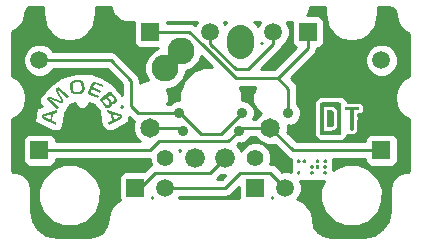
<source format=gtl>
G04 (created by PCBNEW (2013-may-18)-stable) date Sun 22 Nov 2015 10:50:22 PM EST*
%MOIN*%
G04 Gerber Fmt 3.4, Leading zero omitted, Abs format*
%FSLAX34Y34*%
G01*
G70*
G90*
G04 APERTURE LIST*
%ADD10C,0.00590551*%
%ADD11C,0.0001*%
%ADD12C,0.065*%
%ADD13C,0.0590551*%
%ADD14R,0.0590551X0.0590551*%
%ADD15C,0.055*%
%ADD16C,0.066*%
%ADD17C,0.09*%
%ADD18C,0.09*%
%ADD19C,0.035*%
%ADD20C,0.01*%
G04 APERTURE END LIST*
G54D10*
G54D11*
G36*
X101003Y-45617D02*
X101000Y-45637D01*
X100991Y-45654D01*
X100977Y-45668D01*
X100960Y-45677D01*
X100940Y-45680D01*
X100920Y-45677D01*
X100903Y-45668D01*
X100889Y-45654D01*
X100880Y-45637D01*
X100877Y-45617D01*
X100880Y-45597D01*
X100889Y-45580D01*
X100903Y-45566D01*
X100920Y-45557D01*
X100940Y-45554D01*
X100960Y-45557D01*
X100977Y-45566D01*
X100991Y-45580D01*
X101000Y-45597D01*
X101003Y-45617D01*
X101003Y-45617D01*
G37*
G36*
X101003Y-45995D02*
X101000Y-46015D01*
X100991Y-46032D01*
X100977Y-46046D01*
X100960Y-46055D01*
X100940Y-46058D01*
X100920Y-46055D01*
X100903Y-46046D01*
X100889Y-46032D01*
X100880Y-46015D01*
X100877Y-45995D01*
X100880Y-45975D01*
X100889Y-45958D01*
X100903Y-45944D01*
X100920Y-45935D01*
X100940Y-45932D01*
X100960Y-45935D01*
X100977Y-45944D01*
X100991Y-45958D01*
X101000Y-45975D01*
X101003Y-45995D01*
X101003Y-45995D01*
G37*
G36*
X101192Y-45617D02*
X101189Y-45637D01*
X101180Y-45654D01*
X101166Y-45668D01*
X101149Y-45677D01*
X101129Y-45680D01*
X101109Y-45677D01*
X101092Y-45668D01*
X101078Y-45654D01*
X101069Y-45637D01*
X101066Y-45617D01*
X101069Y-45597D01*
X101078Y-45580D01*
X101092Y-45566D01*
X101109Y-45557D01*
X101129Y-45554D01*
X101149Y-45557D01*
X101166Y-45566D01*
X101180Y-45580D01*
X101189Y-45597D01*
X101192Y-45617D01*
X101192Y-45617D01*
G37*
G36*
X101444Y-45806D02*
X101441Y-45826D01*
X101432Y-45843D01*
X101418Y-45857D01*
X101401Y-45866D01*
X101381Y-45869D01*
X101361Y-45866D01*
X101344Y-45857D01*
X101330Y-45843D01*
X101321Y-45826D01*
X101318Y-45806D01*
X101321Y-45786D01*
X101330Y-45769D01*
X101344Y-45755D01*
X101361Y-45746D01*
X101381Y-45743D01*
X101401Y-45746D01*
X101418Y-45755D01*
X101432Y-45769D01*
X101441Y-45786D01*
X101444Y-45806D01*
X101444Y-45806D01*
G37*
G36*
X101444Y-45995D02*
X101441Y-46015D01*
X101432Y-46032D01*
X101418Y-46046D01*
X101401Y-46055D01*
X101381Y-46058D01*
X101361Y-46055D01*
X101344Y-46046D01*
X101330Y-46032D01*
X101321Y-46015D01*
X101318Y-45995D01*
X101321Y-45975D01*
X101330Y-45958D01*
X101344Y-45944D01*
X101361Y-45935D01*
X101381Y-45932D01*
X101401Y-45935D01*
X101418Y-45944D01*
X101432Y-45958D01*
X101441Y-45975D01*
X101444Y-45995D01*
X101444Y-45995D01*
G37*
G36*
X101633Y-45617D02*
X101630Y-45637D01*
X101621Y-45654D01*
X101607Y-45668D01*
X101590Y-45677D01*
X101570Y-45680D01*
X101550Y-45677D01*
X101533Y-45668D01*
X101519Y-45654D01*
X101510Y-45637D01*
X101507Y-45617D01*
X101510Y-45597D01*
X101519Y-45580D01*
X101533Y-45566D01*
X101550Y-45557D01*
X101570Y-45554D01*
X101590Y-45557D01*
X101607Y-45566D01*
X101621Y-45580D01*
X101630Y-45597D01*
X101633Y-45617D01*
X101633Y-45617D01*
G37*
G36*
X101633Y-45806D02*
X101630Y-45826D01*
X101621Y-45843D01*
X101607Y-45857D01*
X101590Y-45866D01*
X101570Y-45869D01*
X101550Y-45866D01*
X101533Y-45857D01*
X101519Y-45843D01*
X101510Y-45826D01*
X101507Y-45806D01*
X101510Y-45786D01*
X101519Y-45769D01*
X101533Y-45755D01*
X101550Y-45746D01*
X101570Y-45743D01*
X101590Y-45746D01*
X101607Y-45755D01*
X101621Y-45769D01*
X101630Y-45786D01*
X101633Y-45806D01*
X101633Y-45806D01*
G37*
G36*
X101885Y-45617D02*
X101882Y-45637D01*
X101873Y-45654D01*
X101859Y-45668D01*
X101842Y-45677D01*
X101822Y-45680D01*
X101802Y-45677D01*
X101785Y-45668D01*
X101771Y-45654D01*
X101762Y-45637D01*
X101759Y-45617D01*
X101762Y-45597D01*
X101771Y-45580D01*
X101785Y-45566D01*
X101802Y-45557D01*
X101822Y-45554D01*
X101842Y-45557D01*
X101859Y-45566D01*
X101873Y-45580D01*
X101882Y-45597D01*
X101885Y-45617D01*
X101885Y-45617D01*
G37*
G36*
X101885Y-45806D02*
X101882Y-45826D01*
X101873Y-45843D01*
X101859Y-45857D01*
X101842Y-45866D01*
X101822Y-45869D01*
X101802Y-45866D01*
X101785Y-45857D01*
X101771Y-45843D01*
X101762Y-45826D01*
X101759Y-45806D01*
X101762Y-45786D01*
X101771Y-45769D01*
X101785Y-45755D01*
X101802Y-45746D01*
X101822Y-45743D01*
X101842Y-45746D01*
X101859Y-45755D01*
X101873Y-45769D01*
X101882Y-45786D01*
X101885Y-45806D01*
X101885Y-45806D01*
G37*
G36*
X101885Y-45995D02*
X101882Y-46015D01*
X101873Y-46032D01*
X101859Y-46046D01*
X101842Y-46055D01*
X101822Y-46058D01*
X101802Y-46055D01*
X101785Y-46046D01*
X101771Y-46032D01*
X101762Y-46015D01*
X101759Y-45995D01*
X101762Y-45975D01*
X101771Y-45958D01*
X101785Y-45944D01*
X101802Y-45935D01*
X101822Y-45932D01*
X101842Y-45935D01*
X101859Y-45944D01*
X101873Y-45958D01*
X101882Y-45975D01*
X101885Y-45995D01*
X101885Y-45995D01*
G37*
G36*
X101876Y-43908D02*
X101876Y-44489D01*
X102000Y-44489D01*
X102021Y-44488D01*
X102040Y-44483D01*
X102058Y-44475D01*
X102074Y-44465D01*
X102088Y-44453D01*
X102100Y-44438D01*
X102111Y-44422D01*
X102118Y-44404D01*
X102123Y-44385D01*
X102124Y-44365D01*
X102124Y-44033D01*
X102123Y-44013D01*
X102118Y-43994D01*
X102110Y-43977D01*
X102100Y-43961D01*
X102088Y-43947D01*
X102073Y-43934D01*
X102057Y-43924D01*
X102040Y-43916D01*
X102021Y-43910D01*
X102000Y-43908D01*
X101876Y-43908D01*
X101876Y-43908D01*
G37*
G36*
X101708Y-43657D02*
X101772Y-43807D01*
X101974Y-43807D01*
X102025Y-43807D01*
X102028Y-43807D01*
X102049Y-43808D01*
X102068Y-43811D01*
X102088Y-43816D01*
X102106Y-43822D01*
X102123Y-43831D01*
X102140Y-43841D01*
X102155Y-43852D01*
X102169Y-43865D01*
X102182Y-43879D01*
X102193Y-43895D01*
X102203Y-43911D01*
X102212Y-43928D01*
X102218Y-43947D01*
X102223Y-43966D01*
X102226Y-43986D01*
X102227Y-44006D01*
X102227Y-44391D01*
X102226Y-44412D01*
X102223Y-44431D01*
X102218Y-44451D01*
X102212Y-44469D01*
X102203Y-44486D01*
X102193Y-44503D01*
X102182Y-44518D01*
X102169Y-44532D01*
X102155Y-44545D01*
X102140Y-44557D01*
X102123Y-44567D01*
X102106Y-44575D01*
X102088Y-44582D01*
X102068Y-44587D01*
X102049Y-44590D01*
X102028Y-44591D01*
X102025Y-44591D01*
X101974Y-44591D01*
X101772Y-44591D01*
X101772Y-43807D01*
X101708Y-43657D01*
X101686Y-43660D01*
X101667Y-43667D01*
X101652Y-43679D01*
X101643Y-43693D01*
X101639Y-43710D01*
X101639Y-44688D01*
X101643Y-44704D01*
X101652Y-44719D01*
X101667Y-44730D01*
X101686Y-44737D01*
X101708Y-44740D01*
X102291Y-44740D01*
X102313Y-44737D01*
X102332Y-44730D01*
X102347Y-44719D01*
X102356Y-44704D01*
X102360Y-44688D01*
X102360Y-43710D01*
X102356Y-43693D01*
X102347Y-43679D01*
X102332Y-43667D01*
X102313Y-43660D01*
X102291Y-43657D01*
X101708Y-43657D01*
X101708Y-43657D01*
G37*
G36*
X102508Y-43809D02*
X102492Y-43814D01*
X102480Y-43829D01*
X102476Y-43851D01*
X102476Y-43873D01*
X102480Y-43895D01*
X102492Y-43910D01*
X102508Y-43915D01*
X102666Y-43915D01*
X102666Y-44557D01*
X102669Y-44572D01*
X102678Y-44585D01*
X102691Y-44593D01*
X102706Y-44596D01*
X102735Y-44596D01*
X102750Y-44593D01*
X102763Y-44585D01*
X102771Y-44572D01*
X102774Y-44557D01*
X102774Y-43915D01*
X102928Y-43915D01*
X102944Y-43910D01*
X102955Y-43895D01*
X102960Y-43873D01*
X102960Y-43851D01*
X102955Y-43829D01*
X102944Y-43814D01*
X102928Y-43809D01*
X102508Y-43809D01*
X102508Y-43809D01*
G37*
G36*
X92836Y-44409D02*
X92475Y-44132D01*
X92468Y-44124D01*
X92476Y-44117D01*
X92489Y-44112D01*
X92685Y-44053D01*
X92669Y-44231D01*
X92487Y-44139D01*
X92487Y-44139D01*
X92475Y-44132D01*
X92836Y-44409D01*
X92844Y-44316D01*
X92730Y-44259D01*
X92749Y-44035D01*
X92871Y-43997D01*
X92878Y-43905D01*
X92446Y-44045D01*
X92427Y-44052D01*
X92413Y-44061D01*
X92403Y-44071D01*
X92395Y-44083D01*
X92390Y-44099D01*
X92387Y-44117D01*
X92386Y-44136D01*
X92389Y-44153D01*
X92395Y-44166D01*
X92403Y-44177D01*
X92416Y-44188D01*
X92433Y-44198D01*
X92836Y-44409D01*
X92836Y-44409D01*
X92836Y-44409D01*
G37*
G36*
X92934Y-43269D02*
X92930Y-43259D01*
X92930Y-43250D01*
X92935Y-43249D01*
X92946Y-43254D01*
X93213Y-43499D01*
X93272Y-43434D01*
X92968Y-43159D01*
X92952Y-43147D01*
X92935Y-43142D01*
X92919Y-43143D01*
X92902Y-43149D01*
X92887Y-43159D01*
X92872Y-43173D01*
X92864Y-43183D01*
X92857Y-43193D01*
X92852Y-43203D01*
X92849Y-43215D01*
X92847Y-43227D01*
X92849Y-43242D01*
X92853Y-43257D01*
X92861Y-43274D01*
X93011Y-43573D01*
X93016Y-43586D01*
X93016Y-43594D01*
X93008Y-43596D01*
X92994Y-43592D01*
X92682Y-43472D01*
X92670Y-43468D01*
X92658Y-43465D01*
X92646Y-43463D01*
X92634Y-43464D01*
X92621Y-43466D01*
X92609Y-43471D01*
X92596Y-43480D01*
X92583Y-43493D01*
X92572Y-43507D01*
X92565Y-43518D01*
X92560Y-43530D01*
X92558Y-43544D01*
X92559Y-43559D01*
X92565Y-43575D01*
X92578Y-43590D01*
X92883Y-43865D01*
X92942Y-43800D01*
X92671Y-43558D01*
X92666Y-43553D01*
X92665Y-43543D01*
X92674Y-43542D01*
X92684Y-43545D01*
X92995Y-43665D01*
X93006Y-43669D01*
X93017Y-43673D01*
X93038Y-43676D01*
X93059Y-43671D01*
X93070Y-43664D01*
X93081Y-43653D01*
X93090Y-43642D01*
X93096Y-43631D01*
X93100Y-43611D01*
X93095Y-43590D01*
X93090Y-43579D01*
X93085Y-43566D01*
X92934Y-43269D01*
X92934Y-43269D01*
X92934Y-43269D01*
G37*
G36*
X93525Y-42906D02*
X93434Y-43014D01*
X93450Y-43001D01*
X93468Y-42992D01*
X93484Y-42987D01*
X93500Y-42983D01*
X93517Y-42979D01*
X93534Y-42976D01*
X93552Y-42974D01*
X93569Y-42972D01*
X93586Y-42972D01*
X93603Y-42972D01*
X93623Y-42976D01*
X93642Y-42983D01*
X93659Y-42996D01*
X93672Y-43011D01*
X93679Y-43021D01*
X93685Y-43034D01*
X93691Y-43051D01*
X93697Y-43070D01*
X93700Y-43085D01*
X93704Y-43102D01*
X93707Y-43121D01*
X93709Y-43139D01*
X93711Y-43155D01*
X93711Y-43170D01*
X93712Y-43190D01*
X93711Y-43207D01*
X93709Y-43222D01*
X93705Y-43234D01*
X93698Y-43254D01*
X93688Y-43267D01*
X93677Y-43278D01*
X93664Y-43287D01*
X93650Y-43294D01*
X93634Y-43299D01*
X93618Y-43304D01*
X93601Y-43307D01*
X93584Y-43310D01*
X93566Y-43312D01*
X93549Y-43314D01*
X93532Y-43315D01*
X93516Y-43314D01*
X93500Y-43311D01*
X93486Y-43307D01*
X93472Y-43299D01*
X93459Y-43289D01*
X93446Y-43273D01*
X93440Y-43262D01*
X93433Y-43249D01*
X93427Y-43232D01*
X93421Y-43214D01*
X93418Y-43199D01*
X93415Y-43183D01*
X93412Y-43164D01*
X93412Y-43164D01*
X93409Y-43139D01*
X93407Y-43117D01*
X93406Y-43097D01*
X93407Y-43081D01*
X93410Y-43062D01*
X93415Y-43045D01*
X93421Y-43031D01*
X93434Y-43014D01*
X93525Y-42906D01*
X93510Y-42909D01*
X93495Y-42911D01*
X93479Y-42914D01*
X93464Y-42917D01*
X93448Y-42921D01*
X93432Y-42926D01*
X93416Y-42932D01*
X93401Y-42940D01*
X93386Y-42948D01*
X93372Y-42958D01*
X93360Y-42969D01*
X93348Y-42982D01*
X93338Y-42997D01*
X93330Y-43012D01*
X93324Y-43028D01*
X93320Y-43044D01*
X93317Y-43061D01*
X93316Y-43078D01*
X93315Y-43094D01*
X93315Y-43111D01*
X93316Y-43129D01*
X93318Y-43145D01*
X93320Y-43162D01*
X93322Y-43178D01*
X93324Y-43191D01*
X93327Y-43206D01*
X93330Y-43222D01*
X93333Y-43238D01*
X93338Y-43254D01*
X93343Y-43271D01*
X93349Y-43287D01*
X93357Y-43303D01*
X93366Y-43318D01*
X93377Y-43333D01*
X93389Y-43346D01*
X93403Y-43357D01*
X93418Y-43366D01*
X93434Y-43374D01*
X93450Y-43379D01*
X93467Y-43383D01*
X93483Y-43385D01*
X93500Y-43387D01*
X93517Y-43387D01*
X93534Y-43386D01*
X93550Y-43385D01*
X93566Y-43383D01*
X93581Y-43381D01*
X93595Y-43379D01*
X93608Y-43377D01*
X93623Y-43374D01*
X93639Y-43371D01*
X93655Y-43368D01*
X93671Y-43364D01*
X93687Y-43359D01*
X93703Y-43353D01*
X93718Y-43346D01*
X93733Y-43337D01*
X93747Y-43328D01*
X93760Y-43316D01*
X93771Y-43303D01*
X93781Y-43289D01*
X93788Y-43274D01*
X93794Y-43258D01*
X93798Y-43242D01*
X93801Y-43225D01*
X93803Y-43208D01*
X93803Y-43191D01*
X93803Y-43174D01*
X93802Y-43157D01*
X93800Y-43140D01*
X93799Y-43123D01*
X93797Y-43108D01*
X93794Y-43092D01*
X93791Y-43076D01*
X93788Y-43060D01*
X93784Y-43043D01*
X93779Y-43026D01*
X93773Y-43010D01*
X93767Y-42994D01*
X93759Y-42979D01*
X93750Y-42964D01*
X93740Y-42951D01*
X93729Y-42939D01*
X93716Y-42928D01*
X93701Y-42919D01*
X93685Y-42911D01*
X93669Y-42906D01*
X93653Y-42902D01*
X93636Y-42900D01*
X93619Y-42899D01*
X93602Y-42898D01*
X93586Y-42899D01*
X93569Y-42901D01*
X93554Y-42903D01*
X93539Y-42904D01*
X93525Y-42906D01*
X93525Y-42906D01*
X93525Y-42906D01*
G37*
G36*
X94247Y-43515D02*
X94275Y-43451D01*
X94046Y-43351D01*
X94030Y-43343D01*
X94021Y-43334D01*
X94022Y-43314D01*
X94066Y-43214D01*
X94320Y-43325D01*
X94348Y-43261D01*
X94094Y-43150D01*
X94132Y-43064D01*
X94137Y-43054D01*
X94147Y-43046D01*
X94160Y-43046D01*
X94172Y-43050D01*
X94403Y-43150D01*
X94431Y-43086D01*
X94157Y-42966D01*
X94144Y-42962D01*
X94129Y-42957D01*
X94114Y-42956D01*
X94098Y-42961D01*
X94088Y-42967D01*
X94078Y-42976D01*
X94070Y-42987D01*
X94064Y-42999D01*
X93932Y-43302D01*
X93927Y-43315D01*
X93923Y-43329D01*
X93922Y-43344D01*
X93926Y-43359D01*
X93933Y-43372D01*
X93943Y-43381D01*
X93955Y-43387D01*
X93969Y-43394D01*
X94247Y-43515D01*
X94247Y-43515D01*
X94247Y-43515D01*
G37*
G36*
X94715Y-43333D02*
X94652Y-43409D01*
X94660Y-43403D01*
X94672Y-43401D01*
X94681Y-43406D01*
X94688Y-43414D01*
X94773Y-43531D01*
X94780Y-43540D01*
X94786Y-43550D01*
X94789Y-43560D01*
X94789Y-43573D01*
X94785Y-43587D01*
X94776Y-43599D01*
X94766Y-43608D01*
X94758Y-43614D01*
X94741Y-43626D01*
X94728Y-43631D01*
X94714Y-43634D01*
X94700Y-43632D01*
X94689Y-43625D01*
X94680Y-43616D01*
X94672Y-43605D01*
X94571Y-43468D01*
X94652Y-43409D01*
X94652Y-43409D01*
X94715Y-43333D01*
X94515Y-43509D01*
X94620Y-43653D01*
X94630Y-43669D01*
X94633Y-43683D01*
X94633Y-43703D01*
X94627Y-43713D01*
X94618Y-43723D01*
X94609Y-43732D01*
X94600Y-43739D01*
X94590Y-43745D01*
X94579Y-43751D01*
X94567Y-43756D01*
X94555Y-43757D01*
X94540Y-43754D01*
X94528Y-43745D01*
X94519Y-43735D01*
X94511Y-43726D01*
X94429Y-43614D01*
X94421Y-43602D01*
X94418Y-43586D01*
X94423Y-43578D01*
X94437Y-43566D01*
X94515Y-43509D01*
X94515Y-43509D01*
X94715Y-43333D01*
X94707Y-43323D01*
X94697Y-43314D01*
X94685Y-43307D01*
X94670Y-43304D01*
X94658Y-43305D01*
X94646Y-43308D01*
X94634Y-43314D01*
X94623Y-43321D01*
X94354Y-43518D01*
X94340Y-43530D01*
X94332Y-43541D01*
X94325Y-43559D01*
X94324Y-43578D01*
X94329Y-43593D01*
X94338Y-43607D01*
X94348Y-43621D01*
X94480Y-43801D01*
X94492Y-43818D01*
X94500Y-43826D01*
X94508Y-43834D01*
X94517Y-43840D01*
X94528Y-43846D01*
X94540Y-43850D01*
X94554Y-43852D01*
X94573Y-43852D01*
X94591Y-43849D01*
X94607Y-43842D01*
X94622Y-43834D01*
X94636Y-43825D01*
X94649Y-43816D01*
X94665Y-43803D01*
X94681Y-43789D01*
X94689Y-43780D01*
X94695Y-43771D01*
X94700Y-43760D01*
X94703Y-43749D01*
X94704Y-43736D01*
X94703Y-43721D01*
X94700Y-43707D01*
X94693Y-43693D01*
X94695Y-43691D01*
X94704Y-43700D01*
X94714Y-43706D01*
X94726Y-43710D01*
X94740Y-43712D01*
X94763Y-43711D01*
X94781Y-43705D01*
X94799Y-43696D01*
X94815Y-43685D01*
X94824Y-43678D01*
X94834Y-43670D01*
X94844Y-43661D01*
X94853Y-43651D01*
X94861Y-43640D01*
X94869Y-43628D01*
X94875Y-43616D01*
X94878Y-43603D01*
X94879Y-43590D01*
X94878Y-43578D01*
X94876Y-43566D01*
X94872Y-43555D01*
X94868Y-43544D01*
X94862Y-43534D01*
X94851Y-43518D01*
X94715Y-43333D01*
X94715Y-43333D01*
X94715Y-43333D01*
G37*
G36*
X94562Y-43905D02*
X94570Y-43997D01*
X94756Y-44052D01*
X94952Y-44112D01*
X94952Y-44112D01*
X94964Y-44116D01*
X94972Y-44123D01*
X94965Y-44132D01*
X94954Y-44138D01*
X94771Y-44230D01*
X94756Y-44052D01*
X94570Y-43997D01*
X94691Y-44034D01*
X94710Y-44258D01*
X94597Y-44316D01*
X94605Y-44409D01*
X95008Y-44197D01*
X95024Y-44187D01*
X95037Y-44176D01*
X95046Y-44164D01*
X95051Y-44151D01*
X95054Y-44135D01*
X95054Y-44116D01*
X95051Y-44097D01*
X95045Y-44082D01*
X95038Y-44070D01*
X95027Y-44060D01*
X95013Y-44052D01*
X94995Y-44045D01*
X94562Y-43905D01*
X94562Y-43905D01*
X94562Y-43905D01*
G37*
G54D12*
X96000Y-44500D03*
X100000Y-44500D03*
G54D13*
X98000Y-41300D03*
G54D14*
X96000Y-41300D03*
X92300Y-45250D03*
G54D13*
X92300Y-42250D03*
G54D14*
X95500Y-46500D03*
G54D13*
X100100Y-41300D03*
X103700Y-42250D03*
G54D14*
X103700Y-45250D03*
G54D15*
X99500Y-45500D03*
X96500Y-45500D03*
G54D13*
X96500Y-46500D03*
G54D14*
X99500Y-46500D03*
G54D16*
X97500Y-45500D03*
X98500Y-45500D03*
G54D13*
X100500Y-46500D03*
G54D14*
X101250Y-41300D03*
G54D17*
X99000Y-41500D02*
X98984Y-41728D01*
G54D18*
X97015Y-41925D03*
X96500Y-42500D03*
G54D19*
X100600Y-44000D03*
X98950Y-44600D03*
X96950Y-44000D03*
X99050Y-44000D03*
X97100Y-44600D03*
G54D20*
X101250Y-41300D02*
X101250Y-41850D01*
X101250Y-41850D02*
X100250Y-42850D01*
X97750Y-41750D02*
X98850Y-42850D01*
X98850Y-42850D02*
X99150Y-42850D01*
X100250Y-42850D02*
X99150Y-42850D01*
X97300Y-41300D02*
X96000Y-41300D01*
X100600Y-43200D02*
X100600Y-44000D01*
X100250Y-42850D02*
X100600Y-43200D01*
X97300Y-41300D02*
X97750Y-41750D01*
X95500Y-46500D02*
X95650Y-46500D01*
X98000Y-46000D02*
X98500Y-45500D01*
X96150Y-46000D02*
X98000Y-46000D01*
X95650Y-46500D02*
X96150Y-46000D01*
X92300Y-45250D02*
X92950Y-45250D01*
X96000Y-45250D02*
X96300Y-44950D01*
X96300Y-44950D02*
X98600Y-44950D01*
X98600Y-44950D02*
X98950Y-44600D01*
X92950Y-45250D02*
X96000Y-45250D01*
X103700Y-45250D02*
X103050Y-45250D01*
X100750Y-45250D02*
X100000Y-44500D01*
X103050Y-45250D02*
X100750Y-45250D01*
X100000Y-44500D02*
X99050Y-44500D01*
X99050Y-44500D02*
X98950Y-44600D01*
X100500Y-46500D02*
X100000Y-46000D01*
X98500Y-46500D02*
X96500Y-46500D01*
X99000Y-46000D02*
X98500Y-46500D01*
X100000Y-46000D02*
X99000Y-46000D01*
X98000Y-41300D02*
X98000Y-41700D01*
X100100Y-41700D02*
X100100Y-41300D01*
X99250Y-42550D02*
X100100Y-41700D01*
X98850Y-42550D02*
X99250Y-42550D01*
X98000Y-41700D02*
X98850Y-42550D01*
X95575Y-44010D02*
X95575Y-44000D01*
X96950Y-44000D02*
X96940Y-44010D01*
X95575Y-44010D02*
X96940Y-44010D01*
X94675Y-42250D02*
X92300Y-42250D01*
X95350Y-42925D02*
X94675Y-42250D01*
X95350Y-43775D02*
X95350Y-42925D01*
X95575Y-44000D02*
X95350Y-43775D01*
X96950Y-44000D02*
X97000Y-44000D01*
X98350Y-44700D02*
X99050Y-44000D01*
X97700Y-44700D02*
X98350Y-44700D01*
X97000Y-44000D02*
X97700Y-44700D01*
X96000Y-44500D02*
X97000Y-44500D01*
X97000Y-44500D02*
X97100Y-44600D01*
G54D10*
G36*
X95059Y-43823D02*
X95031Y-43813D01*
X95052Y-43789D01*
X95059Y-43823D01*
X95059Y-43823D01*
G37*
G54D20*
X95059Y-43823D02*
X95031Y-43813D01*
X95052Y-43789D01*
X95059Y-43823D01*
G54D10*
G36*
X96059Y-46830D02*
X96045Y-46830D01*
X96045Y-46816D01*
X96059Y-46830D01*
X96059Y-46830D01*
G37*
G54D20*
X96059Y-46830D02*
X96045Y-46830D01*
X96045Y-46816D01*
X96059Y-46830D01*
G54D10*
G36*
X96251Y-41845D02*
X96104Y-41906D01*
X95906Y-42102D01*
X95800Y-42360D01*
X95799Y-42638D01*
X95905Y-42895D01*
X95880Y-42895D01*
X95867Y-42900D01*
X95854Y-42900D01*
X95679Y-42973D01*
X95677Y-42979D01*
X95657Y-42987D01*
X95650Y-42994D01*
X95650Y-42925D01*
X95627Y-42810D01*
X95562Y-42712D01*
X94887Y-42037D01*
X94789Y-41972D01*
X94675Y-41950D01*
X92766Y-41950D01*
X92762Y-41941D01*
X92609Y-41788D01*
X92408Y-41704D01*
X92192Y-41704D01*
X91991Y-41787D01*
X91838Y-41940D01*
X91754Y-42141D01*
X91754Y-42357D01*
X91837Y-42558D01*
X91990Y-42711D01*
X92191Y-42795D01*
X92407Y-42795D01*
X92608Y-42712D01*
X92761Y-42559D01*
X92765Y-42550D01*
X94550Y-42550D01*
X95050Y-43049D01*
X95050Y-43413D01*
X94753Y-43047D01*
X94391Y-42814D01*
X94003Y-42685D01*
X93513Y-42685D01*
X93022Y-42814D01*
X92609Y-43123D01*
X92295Y-43517D01*
X92295Y-43708D01*
X92389Y-43787D01*
X92174Y-43845D01*
X92115Y-44313D01*
X92708Y-44610D01*
X92971Y-44610D01*
X93093Y-44427D01*
X93143Y-44003D01*
X93328Y-43749D01*
X93477Y-43676D01*
X93488Y-43730D01*
X93542Y-43812D01*
X93624Y-43866D01*
X93720Y-43885D01*
X93815Y-43866D01*
X93897Y-43812D01*
X93951Y-43730D01*
X93960Y-43685D01*
X94113Y-43750D01*
X94272Y-43955D01*
X94321Y-44272D01*
X94401Y-44487D01*
X94524Y-44610D01*
X94757Y-44610D01*
X95297Y-44313D01*
X95284Y-44133D01*
X95342Y-44191D01*
X95362Y-44222D01*
X95460Y-44287D01*
X95465Y-44288D01*
X95425Y-44385D01*
X95424Y-44613D01*
X95512Y-44825D01*
X95636Y-44950D01*
X92950Y-44950D01*
X92845Y-44950D01*
X92845Y-44905D01*
X92807Y-44813D01*
X92737Y-44742D01*
X92645Y-44704D01*
X92545Y-44704D01*
X91955Y-44704D01*
X91863Y-44742D01*
X91792Y-44812D01*
X91754Y-44904D01*
X91754Y-45004D01*
X91754Y-45594D01*
X91792Y-45686D01*
X91862Y-45757D01*
X91954Y-45795D01*
X92054Y-45795D01*
X92644Y-45795D01*
X92736Y-45757D01*
X92807Y-45687D01*
X92845Y-45595D01*
X92845Y-45550D01*
X92950Y-45550D01*
X95974Y-45550D01*
X95974Y-45603D01*
X96026Y-45728D01*
X95937Y-45787D01*
X95771Y-45954D01*
X95745Y-45954D01*
X95155Y-45954D01*
X95063Y-45992D01*
X94992Y-46062D01*
X94954Y-46154D01*
X94954Y-46254D01*
X94954Y-46844D01*
X94981Y-46908D01*
X94977Y-46910D01*
X94977Y-46910D01*
X94832Y-47007D01*
X94831Y-47007D01*
X94757Y-47082D01*
X94659Y-47228D01*
X94619Y-47325D01*
X94619Y-47326D01*
X94585Y-47496D01*
X94585Y-47497D01*
X94531Y-47769D01*
X94406Y-47957D01*
X94335Y-48004D01*
X94335Y-46545D01*
X94177Y-46164D01*
X93887Y-45873D01*
X93506Y-45715D01*
X93095Y-45714D01*
X92714Y-45872D01*
X92423Y-46162D01*
X92265Y-46543D01*
X92264Y-46954D01*
X92422Y-47335D01*
X92712Y-47626D01*
X93093Y-47784D01*
X93504Y-47785D01*
X93885Y-47627D01*
X94176Y-47337D01*
X94334Y-46956D01*
X94335Y-46545D01*
X94335Y-48004D01*
X94219Y-48081D01*
X93973Y-48130D01*
X92874Y-48130D01*
X92533Y-48062D01*
X92267Y-47883D01*
X92088Y-47616D01*
X92019Y-47273D01*
X92019Y-46550D01*
X92014Y-46524D01*
X92014Y-46497D01*
X91991Y-46382D01*
X91991Y-46382D01*
X91951Y-46285D01*
X91886Y-46187D01*
X91811Y-46113D01*
X91811Y-46113D01*
X91714Y-46048D01*
X91617Y-46008D01*
X91617Y-46008D01*
X91502Y-45985D01*
X91502Y-45985D01*
X91421Y-45969D01*
X91397Y-45953D01*
X91380Y-45928D01*
X91369Y-45873D01*
X91369Y-44215D01*
X91441Y-44186D01*
X91441Y-44185D01*
X91603Y-44078D01*
X91677Y-44003D01*
X91678Y-44002D01*
X91785Y-43841D01*
X91786Y-43840D01*
X91826Y-43743D01*
X91864Y-43552D01*
X91864Y-43552D01*
X91864Y-43552D01*
X91864Y-43552D01*
X91864Y-43500D01*
X91864Y-43447D01*
X91864Y-43447D01*
X91864Y-43447D01*
X91864Y-43447D01*
X91826Y-43256D01*
X91786Y-43159D01*
X91785Y-43158D01*
X91678Y-42997D01*
X91677Y-42996D01*
X91603Y-42921D01*
X91441Y-42814D01*
X91441Y-42813D01*
X91369Y-42784D01*
X91369Y-41311D01*
X91421Y-41290D01*
X91567Y-41192D01*
X91642Y-41118D01*
X91642Y-41117D01*
X91739Y-40972D01*
X91739Y-40972D01*
X91780Y-40875D01*
X91814Y-40702D01*
X91814Y-40702D01*
X91838Y-40582D01*
X91875Y-40526D01*
X91933Y-40488D01*
X92025Y-40469D01*
X92430Y-40469D01*
X92430Y-40750D01*
X92435Y-40776D01*
X92435Y-40802D01*
X92481Y-41030D01*
X92481Y-41031D01*
X92521Y-41129D01*
X92651Y-41324D01*
X92725Y-41398D01*
X92726Y-41398D01*
X92919Y-41527D01*
X92920Y-41528D01*
X93017Y-41568D01*
X93247Y-41614D01*
X93352Y-41614D01*
X93353Y-41614D01*
X93580Y-41568D01*
X93581Y-41568D01*
X93679Y-41528D01*
X93874Y-41398D01*
X93948Y-41324D01*
X93948Y-41323D01*
X94077Y-41130D01*
X94078Y-41129D01*
X94118Y-41032D01*
X94164Y-40802D01*
X94164Y-40775D01*
X94169Y-40750D01*
X94169Y-40469D01*
X94673Y-40469D01*
X94679Y-40470D01*
X94685Y-40502D01*
X94685Y-40502D01*
X94704Y-40598D01*
X94704Y-40598D01*
X94704Y-40598D01*
X94706Y-40602D01*
X94744Y-40695D01*
X94744Y-40695D01*
X94744Y-40695D01*
X94798Y-40776D01*
X94798Y-40776D01*
X94799Y-40776D01*
X94799Y-40776D01*
X94802Y-40780D01*
X94873Y-40850D01*
X94954Y-40905D01*
X94954Y-40905D01*
X94954Y-40905D01*
X94958Y-40907D01*
X95051Y-40945D01*
X95051Y-40945D01*
X95051Y-40945D01*
X95147Y-40964D01*
X95173Y-40964D01*
X95200Y-40969D01*
X95454Y-40969D01*
X95454Y-41054D01*
X95454Y-41644D01*
X95492Y-41736D01*
X95562Y-41807D01*
X95654Y-41845D01*
X95754Y-41845D01*
X96251Y-41845D01*
X96251Y-41845D01*
G37*
G54D20*
X96251Y-41845D02*
X96104Y-41906D01*
X95906Y-42102D01*
X95800Y-42360D01*
X95799Y-42638D01*
X95905Y-42895D01*
X95880Y-42895D01*
X95867Y-42900D01*
X95854Y-42900D01*
X95679Y-42973D01*
X95677Y-42979D01*
X95657Y-42987D01*
X95650Y-42994D01*
X95650Y-42925D01*
X95627Y-42810D01*
X95562Y-42712D01*
X94887Y-42037D01*
X94789Y-41972D01*
X94675Y-41950D01*
X92766Y-41950D01*
X92762Y-41941D01*
X92609Y-41788D01*
X92408Y-41704D01*
X92192Y-41704D01*
X91991Y-41787D01*
X91838Y-41940D01*
X91754Y-42141D01*
X91754Y-42357D01*
X91837Y-42558D01*
X91990Y-42711D01*
X92191Y-42795D01*
X92407Y-42795D01*
X92608Y-42712D01*
X92761Y-42559D01*
X92765Y-42550D01*
X94550Y-42550D01*
X95050Y-43049D01*
X95050Y-43413D01*
X94753Y-43047D01*
X94391Y-42814D01*
X94003Y-42685D01*
X93513Y-42685D01*
X93022Y-42814D01*
X92609Y-43123D01*
X92295Y-43517D01*
X92295Y-43708D01*
X92389Y-43787D01*
X92174Y-43845D01*
X92115Y-44313D01*
X92708Y-44610D01*
X92971Y-44610D01*
X93093Y-44427D01*
X93143Y-44003D01*
X93328Y-43749D01*
X93477Y-43676D01*
X93488Y-43730D01*
X93542Y-43812D01*
X93624Y-43866D01*
X93720Y-43885D01*
X93815Y-43866D01*
X93897Y-43812D01*
X93951Y-43730D01*
X93960Y-43685D01*
X94113Y-43750D01*
X94272Y-43955D01*
X94321Y-44272D01*
X94401Y-44487D01*
X94524Y-44610D01*
X94757Y-44610D01*
X95297Y-44313D01*
X95284Y-44133D01*
X95342Y-44191D01*
X95362Y-44222D01*
X95460Y-44287D01*
X95465Y-44288D01*
X95425Y-44385D01*
X95424Y-44613D01*
X95512Y-44825D01*
X95636Y-44950D01*
X92950Y-44950D01*
X92845Y-44950D01*
X92845Y-44905D01*
X92807Y-44813D01*
X92737Y-44742D01*
X92645Y-44704D01*
X92545Y-44704D01*
X91955Y-44704D01*
X91863Y-44742D01*
X91792Y-44812D01*
X91754Y-44904D01*
X91754Y-45004D01*
X91754Y-45594D01*
X91792Y-45686D01*
X91862Y-45757D01*
X91954Y-45795D01*
X92054Y-45795D01*
X92644Y-45795D01*
X92736Y-45757D01*
X92807Y-45687D01*
X92845Y-45595D01*
X92845Y-45550D01*
X92950Y-45550D01*
X95974Y-45550D01*
X95974Y-45603D01*
X96026Y-45728D01*
X95937Y-45787D01*
X95771Y-45954D01*
X95745Y-45954D01*
X95155Y-45954D01*
X95063Y-45992D01*
X94992Y-46062D01*
X94954Y-46154D01*
X94954Y-46254D01*
X94954Y-46844D01*
X94981Y-46908D01*
X94977Y-46910D01*
X94977Y-46910D01*
X94832Y-47007D01*
X94831Y-47007D01*
X94757Y-47082D01*
X94659Y-47228D01*
X94619Y-47325D01*
X94619Y-47326D01*
X94585Y-47496D01*
X94585Y-47497D01*
X94531Y-47769D01*
X94406Y-47957D01*
X94335Y-48004D01*
X94335Y-46545D01*
X94177Y-46164D01*
X93887Y-45873D01*
X93506Y-45715D01*
X93095Y-45714D01*
X92714Y-45872D01*
X92423Y-46162D01*
X92265Y-46543D01*
X92264Y-46954D01*
X92422Y-47335D01*
X92712Y-47626D01*
X93093Y-47784D01*
X93504Y-47785D01*
X93885Y-47627D01*
X94176Y-47337D01*
X94334Y-46956D01*
X94335Y-46545D01*
X94335Y-48004D01*
X94219Y-48081D01*
X93973Y-48130D01*
X92874Y-48130D01*
X92533Y-48062D01*
X92267Y-47883D01*
X92088Y-47616D01*
X92019Y-47273D01*
X92019Y-46550D01*
X92014Y-46524D01*
X92014Y-46497D01*
X91991Y-46382D01*
X91991Y-46382D01*
X91951Y-46285D01*
X91886Y-46187D01*
X91811Y-46113D01*
X91811Y-46113D01*
X91714Y-46048D01*
X91617Y-46008D01*
X91617Y-46008D01*
X91502Y-45985D01*
X91502Y-45985D01*
X91421Y-45969D01*
X91397Y-45953D01*
X91380Y-45928D01*
X91369Y-45873D01*
X91369Y-44215D01*
X91441Y-44186D01*
X91441Y-44185D01*
X91603Y-44078D01*
X91677Y-44003D01*
X91678Y-44002D01*
X91785Y-43841D01*
X91786Y-43840D01*
X91826Y-43743D01*
X91864Y-43552D01*
X91864Y-43552D01*
X91864Y-43552D01*
X91864Y-43552D01*
X91864Y-43500D01*
X91864Y-43447D01*
X91864Y-43447D01*
X91864Y-43447D01*
X91864Y-43447D01*
X91826Y-43256D01*
X91786Y-43159D01*
X91785Y-43158D01*
X91678Y-42997D01*
X91677Y-42996D01*
X91603Y-42921D01*
X91441Y-42814D01*
X91441Y-42813D01*
X91369Y-42784D01*
X91369Y-41311D01*
X91421Y-41290D01*
X91567Y-41192D01*
X91642Y-41118D01*
X91642Y-41117D01*
X91739Y-40972D01*
X91739Y-40972D01*
X91780Y-40875D01*
X91814Y-40702D01*
X91814Y-40702D01*
X91838Y-40582D01*
X91875Y-40526D01*
X91933Y-40488D01*
X92025Y-40469D01*
X92430Y-40469D01*
X92430Y-40750D01*
X92435Y-40776D01*
X92435Y-40802D01*
X92481Y-41030D01*
X92481Y-41031D01*
X92521Y-41129D01*
X92651Y-41324D01*
X92725Y-41398D01*
X92726Y-41398D01*
X92919Y-41527D01*
X92920Y-41528D01*
X93017Y-41568D01*
X93247Y-41614D01*
X93352Y-41614D01*
X93353Y-41614D01*
X93580Y-41568D01*
X93581Y-41568D01*
X93679Y-41528D01*
X93874Y-41398D01*
X93948Y-41324D01*
X93948Y-41323D01*
X94077Y-41130D01*
X94078Y-41129D01*
X94118Y-41032D01*
X94164Y-40802D01*
X94164Y-40775D01*
X94169Y-40750D01*
X94169Y-40469D01*
X94673Y-40469D01*
X94679Y-40470D01*
X94685Y-40502D01*
X94685Y-40502D01*
X94704Y-40598D01*
X94704Y-40598D01*
X94704Y-40598D01*
X94706Y-40602D01*
X94744Y-40695D01*
X94744Y-40695D01*
X94744Y-40695D01*
X94798Y-40776D01*
X94798Y-40776D01*
X94799Y-40776D01*
X94799Y-40776D01*
X94802Y-40780D01*
X94873Y-40850D01*
X94954Y-40905D01*
X94954Y-40905D01*
X94954Y-40905D01*
X94958Y-40907D01*
X95051Y-40945D01*
X95051Y-40945D01*
X95051Y-40945D01*
X95147Y-40964D01*
X95173Y-40964D01*
X95200Y-40969D01*
X95454Y-40969D01*
X95454Y-41054D01*
X95454Y-41644D01*
X95492Y-41736D01*
X95562Y-41807D01*
X95654Y-41845D01*
X95754Y-41845D01*
X96251Y-41845D01*
G54D10*
G36*
X96975Y-45250D02*
X96970Y-45263D01*
X96964Y-45250D01*
X96975Y-45250D01*
X96975Y-45250D01*
G37*
G54D20*
X96975Y-45250D02*
X96970Y-45263D01*
X96964Y-45250D01*
X96975Y-45250D01*
G54D10*
G36*
X97559Y-40969D02*
X97538Y-40990D01*
X97500Y-41080D01*
X97414Y-41022D01*
X97300Y-41000D01*
X96545Y-41000D01*
X96545Y-40969D01*
X97559Y-40969D01*
X97559Y-40969D01*
G37*
G54D20*
X97559Y-40969D02*
X97538Y-40990D01*
X97500Y-41080D01*
X97414Y-41022D01*
X97300Y-41000D01*
X96545Y-41000D01*
X96545Y-40969D01*
X97559Y-40969D01*
G54D10*
G36*
X98040Y-42464D02*
X97996Y-42464D01*
X97795Y-42464D01*
X97790Y-42466D01*
X97785Y-42466D01*
X97420Y-42617D01*
X97419Y-42619D01*
X97414Y-42622D01*
X97123Y-42912D01*
X97120Y-42919D01*
X97117Y-42920D01*
X97042Y-43107D01*
X96965Y-43293D01*
X96965Y-43298D01*
X96963Y-43302D01*
X96964Y-43503D01*
X96964Y-43575D01*
X96865Y-43574D01*
X96709Y-43639D01*
X96638Y-43710D01*
X96567Y-43710D01*
X96604Y-43620D01*
X96604Y-43607D01*
X96609Y-43594D01*
X96604Y-43487D01*
X96604Y-43380D01*
X96599Y-43367D01*
X96599Y-43354D01*
X96535Y-43200D01*
X96638Y-43200D01*
X96896Y-43093D01*
X97093Y-42897D01*
X97199Y-42639D01*
X97199Y-42606D01*
X97411Y-42518D01*
X97608Y-42322D01*
X97693Y-42117D01*
X98040Y-42464D01*
X98040Y-42464D01*
G37*
G54D20*
X98040Y-42464D02*
X97996Y-42464D01*
X97795Y-42464D01*
X97790Y-42466D01*
X97785Y-42466D01*
X97420Y-42617D01*
X97419Y-42619D01*
X97414Y-42622D01*
X97123Y-42912D01*
X97120Y-42919D01*
X97117Y-42920D01*
X97042Y-43107D01*
X96965Y-43293D01*
X96965Y-43298D01*
X96963Y-43302D01*
X96964Y-43503D01*
X96964Y-43575D01*
X96865Y-43574D01*
X96709Y-43639D01*
X96638Y-43710D01*
X96567Y-43710D01*
X96604Y-43620D01*
X96604Y-43607D01*
X96609Y-43594D01*
X96604Y-43487D01*
X96604Y-43380D01*
X96599Y-43367D01*
X96599Y-43354D01*
X96535Y-43200D01*
X96638Y-43200D01*
X96896Y-43093D01*
X97093Y-42897D01*
X97199Y-42639D01*
X97199Y-42606D01*
X97411Y-42518D01*
X97608Y-42322D01*
X97693Y-42117D01*
X98040Y-42464D01*
G54D10*
G36*
X98495Y-46079D02*
X98375Y-46200D01*
X98224Y-46200D01*
X98356Y-46068D01*
X98384Y-46079D01*
X98495Y-46079D01*
X98495Y-46079D01*
G37*
G54D20*
X98495Y-46079D02*
X98375Y-46200D01*
X98224Y-46200D01*
X98356Y-46068D01*
X98384Y-46079D01*
X98495Y-46079D01*
G54D10*
G36*
X98531Y-40969D02*
X98480Y-41035D01*
X98462Y-40991D01*
X98440Y-40969D01*
X98531Y-40969D01*
X98531Y-40969D01*
G37*
G54D20*
X98531Y-40969D02*
X98480Y-41035D01*
X98462Y-40991D01*
X98440Y-40969D01*
X98531Y-40969D01*
G54D10*
G36*
X98954Y-46830D02*
X96940Y-46830D01*
X96961Y-46809D01*
X96965Y-46800D01*
X98500Y-46800D01*
X98500Y-46799D01*
X98614Y-46777D01*
X98614Y-46777D01*
X98712Y-46712D01*
X98954Y-46469D01*
X98954Y-46830D01*
X98954Y-46830D01*
G37*
G54D20*
X98954Y-46830D02*
X96940Y-46830D01*
X96961Y-46809D01*
X96965Y-46800D01*
X98500Y-46800D01*
X98500Y-46799D01*
X98614Y-46777D01*
X98614Y-46777D01*
X98712Y-46712D01*
X98954Y-46469D01*
X98954Y-46830D01*
G54D10*
G36*
X99659Y-40969D02*
X99638Y-40990D01*
X99584Y-41120D01*
X99529Y-41024D01*
X99458Y-40969D01*
X99659Y-40969D01*
X99659Y-40969D01*
G37*
G54D20*
X99659Y-40969D02*
X99638Y-40990D01*
X99584Y-41120D01*
X99529Y-41024D01*
X99458Y-40969D01*
X99659Y-40969D01*
G54D10*
G36*
X99669Y-44017D02*
X99512Y-44173D01*
X99501Y-44200D01*
X99427Y-44200D01*
X99474Y-44084D01*
X99475Y-43915D01*
X99410Y-43759D01*
X99291Y-43639D01*
X99134Y-43575D01*
X99035Y-43574D01*
X99035Y-43496D01*
X99035Y-43295D01*
X99033Y-43290D01*
X99033Y-43285D01*
X98977Y-43150D01*
X99150Y-43150D01*
X99494Y-43150D01*
X99487Y-43157D01*
X99479Y-43177D01*
X99473Y-43179D01*
X99436Y-43280D01*
X99395Y-43379D01*
X99395Y-43392D01*
X99390Y-43405D01*
X99395Y-43512D01*
X99395Y-43619D01*
X99400Y-43632D01*
X99400Y-43645D01*
X99473Y-43820D01*
X99479Y-43822D01*
X99487Y-43842D01*
X99657Y-44012D01*
X99669Y-44017D01*
X99669Y-44017D01*
G37*
G54D20*
X99669Y-44017D02*
X99512Y-44173D01*
X99501Y-44200D01*
X99427Y-44200D01*
X99474Y-44084D01*
X99475Y-43915D01*
X99410Y-43759D01*
X99291Y-43639D01*
X99134Y-43575D01*
X99035Y-43574D01*
X99035Y-43496D01*
X99035Y-43295D01*
X99033Y-43290D01*
X99033Y-43285D01*
X98977Y-43150D01*
X99150Y-43150D01*
X99494Y-43150D01*
X99487Y-43157D01*
X99479Y-43177D01*
X99473Y-43179D01*
X99436Y-43280D01*
X99395Y-43379D01*
X99395Y-43392D01*
X99390Y-43405D01*
X99395Y-43512D01*
X99395Y-43619D01*
X99400Y-43632D01*
X99400Y-43645D01*
X99473Y-43820D01*
X99479Y-43822D01*
X99487Y-43842D01*
X99657Y-44012D01*
X99669Y-44017D01*
G54D10*
G36*
X99702Y-41673D02*
X99688Y-41686D01*
X99690Y-41661D01*
X99702Y-41673D01*
X99702Y-41673D01*
G37*
G54D20*
X99702Y-41673D02*
X99688Y-41686D01*
X99690Y-41661D01*
X99702Y-41673D01*
G54D10*
G36*
X100059Y-46830D02*
X100045Y-46830D01*
X100045Y-46816D01*
X100059Y-46830D01*
X100059Y-46830D01*
G37*
G54D20*
X100059Y-46830D02*
X100045Y-46830D01*
X100045Y-46816D01*
X100059Y-46830D01*
G54D10*
G36*
X100675Y-45982D02*
X100608Y-45954D01*
X100392Y-45954D01*
X100382Y-45958D01*
X100212Y-45787D01*
X100114Y-45722D01*
X100000Y-45700D01*
X99985Y-45700D01*
X100024Y-45604D01*
X100025Y-45396D01*
X99945Y-45203D01*
X99797Y-45055D01*
X99604Y-44975D01*
X99396Y-44974D01*
X99203Y-45054D01*
X99055Y-45202D01*
X99029Y-45263D01*
X98991Y-45171D01*
X98897Y-45076D01*
X98949Y-45024D01*
X99034Y-45025D01*
X99190Y-44960D01*
X99310Y-44841D01*
X99327Y-44800D01*
X99501Y-44800D01*
X99512Y-44825D01*
X99673Y-44987D01*
X99885Y-45074D01*
X100113Y-45075D01*
X100140Y-45064D01*
X100537Y-45462D01*
X100537Y-45462D01*
X100635Y-45527D01*
X100675Y-45535D01*
X100675Y-45982D01*
X100675Y-45982D01*
G37*
G54D20*
X100675Y-45982D02*
X100608Y-45954D01*
X100392Y-45954D01*
X100382Y-45958D01*
X100212Y-45787D01*
X100114Y-45722D01*
X100000Y-45700D01*
X99985Y-45700D01*
X100024Y-45604D01*
X100025Y-45396D01*
X99945Y-45203D01*
X99797Y-45055D01*
X99604Y-44975D01*
X99396Y-44974D01*
X99203Y-45054D01*
X99055Y-45202D01*
X99029Y-45263D01*
X98991Y-45171D01*
X98897Y-45076D01*
X98949Y-45024D01*
X99034Y-45025D01*
X99190Y-44960D01*
X99310Y-44841D01*
X99327Y-44800D01*
X99501Y-44800D01*
X99512Y-44825D01*
X99673Y-44987D01*
X99885Y-45074D01*
X100113Y-45075D01*
X100140Y-45064D01*
X100537Y-45462D01*
X100537Y-45462D01*
X100635Y-45527D01*
X100675Y-45535D01*
X100675Y-45982D01*
G54D10*
G36*
X100852Y-41823D02*
X100125Y-42550D01*
X99674Y-42550D01*
X100312Y-41912D01*
X100377Y-41814D01*
X100385Y-41771D01*
X100408Y-41762D01*
X100561Y-41609D01*
X100645Y-41408D01*
X100645Y-41192D01*
X100562Y-40991D01*
X100540Y-40969D01*
X100704Y-40969D01*
X100704Y-41054D01*
X100704Y-41644D01*
X100742Y-41736D01*
X100812Y-41807D01*
X100852Y-41823D01*
X100852Y-41823D01*
G37*
G54D20*
X100852Y-41823D02*
X100125Y-42550D01*
X99674Y-42550D01*
X100312Y-41912D01*
X100377Y-41814D01*
X100385Y-41771D01*
X100408Y-41762D01*
X100561Y-41609D01*
X100645Y-41408D01*
X100645Y-41192D01*
X100562Y-40991D01*
X100540Y-40969D01*
X100704Y-40969D01*
X100704Y-41054D01*
X100704Y-41644D01*
X100742Y-41736D01*
X100812Y-41807D01*
X100852Y-41823D01*
G54D10*
G36*
X104630Y-45872D02*
X104619Y-45928D01*
X104603Y-45952D01*
X104578Y-45969D01*
X104497Y-45985D01*
X104497Y-45985D01*
X104382Y-46008D01*
X104382Y-46008D01*
X104285Y-46048D01*
X104187Y-46113D01*
X104113Y-46188D01*
X104113Y-46188D01*
X104048Y-46285D01*
X104008Y-46382D01*
X104008Y-46382D01*
X103985Y-46497D01*
X103985Y-46523D01*
X103980Y-46550D01*
X103980Y-47275D01*
X103912Y-47616D01*
X103733Y-47882D01*
X103466Y-48061D01*
X103123Y-48130D01*
X101975Y-48130D01*
X101749Y-48085D01*
X101578Y-47970D01*
X101465Y-47801D01*
X101414Y-47547D01*
X101414Y-47546D01*
X101376Y-47356D01*
X101336Y-47259D01*
X101335Y-47258D01*
X101228Y-47097D01*
X101227Y-47096D01*
X101153Y-47021D01*
X100991Y-46914D01*
X100991Y-46913D01*
X100896Y-46874D01*
X100961Y-46809D01*
X101045Y-46608D01*
X101045Y-46392D01*
X100997Y-46275D01*
X101776Y-46275D01*
X101665Y-46543D01*
X101664Y-46954D01*
X101822Y-47335D01*
X102112Y-47626D01*
X102493Y-47784D01*
X102904Y-47785D01*
X103285Y-47627D01*
X103576Y-47337D01*
X103734Y-46956D01*
X103735Y-46545D01*
X103577Y-46164D01*
X103287Y-45873D01*
X102906Y-45715D01*
X102495Y-45714D01*
X102114Y-45872D01*
X102075Y-45911D01*
X102075Y-45550D01*
X103050Y-45550D01*
X103154Y-45550D01*
X103154Y-45594D01*
X103192Y-45686D01*
X103262Y-45757D01*
X103354Y-45795D01*
X103454Y-45795D01*
X104044Y-45795D01*
X104136Y-45757D01*
X104207Y-45687D01*
X104245Y-45595D01*
X104245Y-45495D01*
X104245Y-44905D01*
X104207Y-44813D01*
X104137Y-44742D01*
X104045Y-44704D01*
X103945Y-44704D01*
X103355Y-44704D01*
X103263Y-44742D01*
X103192Y-44812D01*
X103154Y-44904D01*
X103154Y-44950D01*
X103125Y-44950D01*
X103125Y-43940D01*
X103125Y-43783D01*
X103025Y-43650D01*
X102575Y-43650D01*
X102425Y-43450D01*
X101631Y-43450D01*
X101450Y-43601D01*
X101450Y-44770D01*
X101604Y-44925D01*
X102420Y-44925D01*
X102550Y-44795D01*
X102550Y-44725D01*
X102820Y-44725D01*
X102925Y-44620D01*
X102925Y-44280D01*
X102931Y-44270D01*
X102950Y-44175D01*
X102931Y-44079D01*
X102925Y-44069D01*
X102925Y-44050D01*
X103051Y-44050D01*
X103125Y-43940D01*
X103125Y-44950D01*
X103050Y-44950D01*
X100874Y-44950D01*
X100564Y-44640D01*
X100574Y-44614D01*
X100575Y-44424D01*
X100684Y-44425D01*
X100840Y-44360D01*
X100960Y-44241D01*
X101024Y-44084D01*
X101025Y-43915D01*
X100960Y-43759D01*
X100900Y-43698D01*
X100900Y-43200D01*
X100899Y-43199D01*
X100877Y-43085D01*
X100812Y-42987D01*
X100812Y-42987D01*
X100674Y-42849D01*
X101462Y-42062D01*
X101462Y-42062D01*
X101527Y-41964D01*
X101549Y-41850D01*
X101550Y-41850D01*
X101550Y-41845D01*
X101594Y-41845D01*
X101686Y-41807D01*
X101757Y-41737D01*
X101795Y-41645D01*
X101795Y-41545D01*
X101795Y-40955D01*
X101757Y-40863D01*
X101687Y-40792D01*
X101595Y-40754D01*
X101495Y-40754D01*
X101215Y-40754D01*
X101255Y-40695D01*
X101255Y-40695D01*
X101255Y-40695D01*
X101257Y-40691D01*
X101295Y-40598D01*
X101295Y-40598D01*
X101295Y-40598D01*
X101314Y-40502D01*
X101314Y-40502D01*
X101320Y-40470D01*
X101326Y-40469D01*
X101830Y-40469D01*
X101830Y-40750D01*
X101835Y-40776D01*
X101835Y-40802D01*
X101881Y-41030D01*
X101881Y-41031D01*
X101921Y-41129D01*
X102051Y-41324D01*
X102125Y-41398D01*
X102126Y-41398D01*
X102319Y-41527D01*
X102320Y-41528D01*
X102417Y-41568D01*
X102647Y-41614D01*
X102752Y-41614D01*
X102753Y-41614D01*
X102980Y-41568D01*
X102981Y-41568D01*
X103079Y-41528D01*
X103274Y-41398D01*
X103348Y-41324D01*
X103348Y-41323D01*
X103477Y-41130D01*
X103478Y-41129D01*
X103518Y-41032D01*
X103564Y-40802D01*
X103564Y-40775D01*
X103569Y-40750D01*
X103569Y-40469D01*
X103923Y-40469D01*
X104035Y-40491D01*
X104108Y-40540D01*
X104157Y-40614D01*
X104185Y-40752D01*
X104185Y-40753D01*
X104219Y-40923D01*
X104219Y-40924D01*
X104259Y-41021D01*
X104357Y-41167D01*
X104431Y-41242D01*
X104432Y-41242D01*
X104577Y-41339D01*
X104577Y-41339D01*
X104630Y-41361D01*
X104630Y-42784D01*
X104559Y-42813D01*
X104558Y-42814D01*
X104397Y-42921D01*
X104396Y-42922D01*
X104321Y-42996D01*
X104245Y-43111D01*
X104245Y-42142D01*
X104162Y-41941D01*
X104009Y-41788D01*
X103808Y-41704D01*
X103592Y-41704D01*
X103391Y-41787D01*
X103238Y-41940D01*
X103154Y-42141D01*
X103154Y-42357D01*
X103237Y-42558D01*
X103390Y-42711D01*
X103591Y-42795D01*
X103807Y-42795D01*
X104008Y-42712D01*
X104161Y-42559D01*
X104245Y-42358D01*
X104245Y-42142D01*
X104245Y-43111D01*
X104214Y-43158D01*
X104213Y-43158D01*
X104173Y-43256D01*
X104135Y-43447D01*
X104135Y-43500D01*
X104135Y-43552D01*
X104173Y-43743D01*
X104213Y-43841D01*
X104214Y-43841D01*
X104321Y-44003D01*
X104396Y-44077D01*
X104397Y-44078D01*
X104558Y-44185D01*
X104559Y-44186D01*
X104630Y-44215D01*
X104630Y-45872D01*
X104630Y-45872D01*
G37*
G54D20*
X104630Y-45872D02*
X104619Y-45928D01*
X104603Y-45952D01*
X104578Y-45969D01*
X104497Y-45985D01*
X104497Y-45985D01*
X104382Y-46008D01*
X104382Y-46008D01*
X104285Y-46048D01*
X104187Y-46113D01*
X104113Y-46188D01*
X104113Y-46188D01*
X104048Y-46285D01*
X104008Y-46382D01*
X104008Y-46382D01*
X103985Y-46497D01*
X103985Y-46523D01*
X103980Y-46550D01*
X103980Y-47275D01*
X103912Y-47616D01*
X103733Y-47882D01*
X103466Y-48061D01*
X103123Y-48130D01*
X101975Y-48130D01*
X101749Y-48085D01*
X101578Y-47970D01*
X101465Y-47801D01*
X101414Y-47547D01*
X101414Y-47546D01*
X101376Y-47356D01*
X101336Y-47259D01*
X101335Y-47258D01*
X101228Y-47097D01*
X101227Y-47096D01*
X101153Y-47021D01*
X100991Y-46914D01*
X100991Y-46913D01*
X100896Y-46874D01*
X100961Y-46809D01*
X101045Y-46608D01*
X101045Y-46392D01*
X100997Y-46275D01*
X101776Y-46275D01*
X101665Y-46543D01*
X101664Y-46954D01*
X101822Y-47335D01*
X102112Y-47626D01*
X102493Y-47784D01*
X102904Y-47785D01*
X103285Y-47627D01*
X103576Y-47337D01*
X103734Y-46956D01*
X103735Y-46545D01*
X103577Y-46164D01*
X103287Y-45873D01*
X102906Y-45715D01*
X102495Y-45714D01*
X102114Y-45872D01*
X102075Y-45911D01*
X102075Y-45550D01*
X103050Y-45550D01*
X103154Y-45550D01*
X103154Y-45594D01*
X103192Y-45686D01*
X103262Y-45757D01*
X103354Y-45795D01*
X103454Y-45795D01*
X104044Y-45795D01*
X104136Y-45757D01*
X104207Y-45687D01*
X104245Y-45595D01*
X104245Y-45495D01*
X104245Y-44905D01*
X104207Y-44813D01*
X104137Y-44742D01*
X104045Y-44704D01*
X103945Y-44704D01*
X103355Y-44704D01*
X103263Y-44742D01*
X103192Y-44812D01*
X103154Y-44904D01*
X103154Y-44950D01*
X103125Y-44950D01*
X103125Y-43940D01*
X103125Y-43783D01*
X103025Y-43650D01*
X102575Y-43650D01*
X102425Y-43450D01*
X101631Y-43450D01*
X101450Y-43601D01*
X101450Y-44770D01*
X101604Y-44925D01*
X102420Y-44925D01*
X102550Y-44795D01*
X102550Y-44725D01*
X102820Y-44725D01*
X102925Y-44620D01*
X102925Y-44280D01*
X102931Y-44270D01*
X102950Y-44175D01*
X102931Y-44079D01*
X102925Y-44069D01*
X102925Y-44050D01*
X103051Y-44050D01*
X103125Y-43940D01*
X103125Y-44950D01*
X103050Y-44950D01*
X100874Y-44950D01*
X100564Y-44640D01*
X100574Y-44614D01*
X100575Y-44424D01*
X100684Y-44425D01*
X100840Y-44360D01*
X100960Y-44241D01*
X101024Y-44084D01*
X101025Y-43915D01*
X100960Y-43759D01*
X100900Y-43698D01*
X100900Y-43200D01*
X100899Y-43199D01*
X100877Y-43085D01*
X100812Y-42987D01*
X100812Y-42987D01*
X100674Y-42849D01*
X101462Y-42062D01*
X101462Y-42062D01*
X101527Y-41964D01*
X101549Y-41850D01*
X101550Y-41850D01*
X101550Y-41845D01*
X101594Y-41845D01*
X101686Y-41807D01*
X101757Y-41737D01*
X101795Y-41645D01*
X101795Y-41545D01*
X101795Y-40955D01*
X101757Y-40863D01*
X101687Y-40792D01*
X101595Y-40754D01*
X101495Y-40754D01*
X101215Y-40754D01*
X101255Y-40695D01*
X101255Y-40695D01*
X101255Y-40695D01*
X101257Y-40691D01*
X101295Y-40598D01*
X101295Y-40598D01*
X101295Y-40598D01*
X101314Y-40502D01*
X101314Y-40502D01*
X101320Y-40470D01*
X101326Y-40469D01*
X101830Y-40469D01*
X101830Y-40750D01*
X101835Y-40776D01*
X101835Y-40802D01*
X101881Y-41030D01*
X101881Y-41031D01*
X101921Y-41129D01*
X102051Y-41324D01*
X102125Y-41398D01*
X102126Y-41398D01*
X102319Y-41527D01*
X102320Y-41528D01*
X102417Y-41568D01*
X102647Y-41614D01*
X102752Y-41614D01*
X102753Y-41614D01*
X102980Y-41568D01*
X102981Y-41568D01*
X103079Y-41528D01*
X103274Y-41398D01*
X103348Y-41324D01*
X103348Y-41323D01*
X103477Y-41130D01*
X103478Y-41129D01*
X103518Y-41032D01*
X103564Y-40802D01*
X103564Y-40775D01*
X103569Y-40750D01*
X103569Y-40469D01*
X103923Y-40469D01*
X104035Y-40491D01*
X104108Y-40540D01*
X104157Y-40614D01*
X104185Y-40752D01*
X104185Y-40753D01*
X104219Y-40923D01*
X104219Y-40924D01*
X104259Y-41021D01*
X104357Y-41167D01*
X104431Y-41242D01*
X104432Y-41242D01*
X104577Y-41339D01*
X104577Y-41339D01*
X104630Y-41361D01*
X104630Y-42784D01*
X104559Y-42813D01*
X104558Y-42814D01*
X104397Y-42921D01*
X104396Y-42922D01*
X104321Y-42996D01*
X104245Y-43111D01*
X104245Y-42142D01*
X104162Y-41941D01*
X104009Y-41788D01*
X103808Y-41704D01*
X103592Y-41704D01*
X103391Y-41787D01*
X103238Y-41940D01*
X103154Y-42141D01*
X103154Y-42357D01*
X103237Y-42558D01*
X103390Y-42711D01*
X103591Y-42795D01*
X103807Y-42795D01*
X104008Y-42712D01*
X104161Y-42559D01*
X104245Y-42358D01*
X104245Y-42142D01*
X104245Y-43111D01*
X104214Y-43158D01*
X104213Y-43158D01*
X104173Y-43256D01*
X104135Y-43447D01*
X104135Y-43500D01*
X104135Y-43552D01*
X104173Y-43743D01*
X104213Y-43841D01*
X104214Y-43841D01*
X104321Y-44003D01*
X104396Y-44077D01*
X104397Y-44078D01*
X104558Y-44185D01*
X104559Y-44186D01*
X104630Y-44215D01*
X104630Y-45872D01*
M02*

</source>
